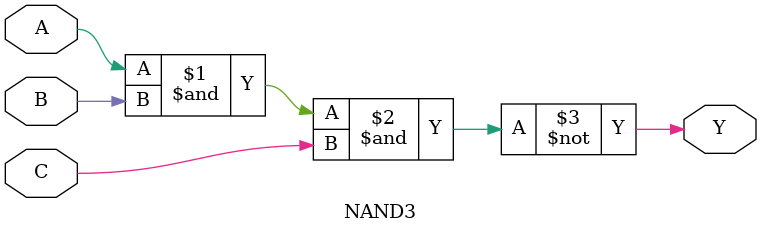
<source format=v>
module AND2(A,B,Y);
    output Y;
    input A, B;
     
	assign Y = A & B;
endmodule

////////////////////////////////////////////// OR2
module OR2(A,B,Y);
    output Y;
    input A, B;
	
	assign Y = A | B;
endmodule

////////////////////////////////////////////// NAND2
module NAND2(A,B,Y);
    output Y;
    input A, B;
     
	assign Y = ~(A & B);
endmodule

////////////////////////////////////////////// NOR2

module NOR2(A,B,Y);
    output Y;
    input A,B;
     
	assign Y = ~(A | B);
endmodule

////////////////////////////////////////////// XOR2
module XOR2(A,B,Y);
    output Y;
    input A, B;
    
	assign Y = A ^ B;
endmodule

//////////////////////////////////////////////XNOR2
module XNOR2(A,B,Y);
    output Y;
    input A,B;
    
	assign Y = ~(A ^ B);
endmodule
////////////////////////////////////////////// AND3
module AND3(A,B,C,Y);
    output Y;
    input A, B, C;
     
	assign Y = A & B & C;
endmodule
////////////////////////////////////////////// AND4
module AND4(A,B,C,D,Y);
    output Y;
    input A, B, C, D;
     
	assign Y = A & B & C & D;
endmodule

////////////////////////////////////////////// OR3
module OR3(A,B,C,Y);
    output Y;
    input A, B, C;
	
	assign Y = A | B | C;
endmodule

////////////////////////////////////////////// OR4
module OR4(A,B,C,D,Y);
    output Y;
    input A, B, C, D;
	
	assign Y = A | B | C | D;
endmodule
////////////////////////////////////////////// NAND3
module NAND3(A,B,C,Y);
    output Y;
    input A, B, C;
     
	assign Y = ~(A & B & C);
endmodule
</source>
